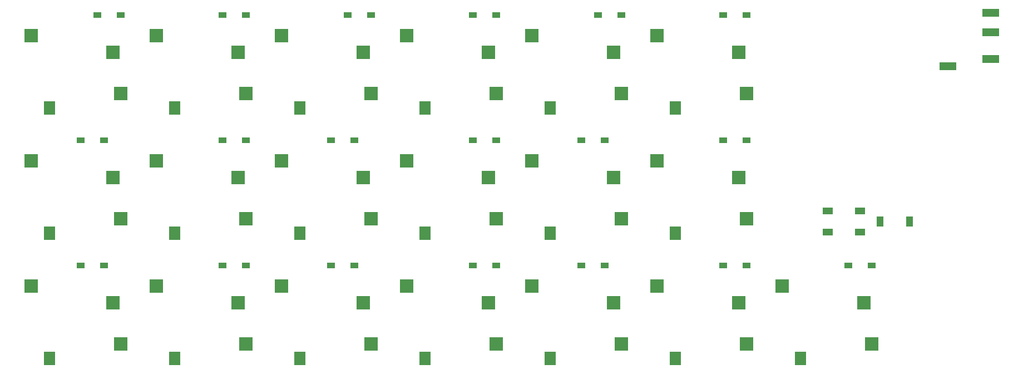
<source format=gbr>
G04 #@! TF.GenerationSoftware,KiCad,Pcbnew,(5.1.7)-1*
G04 #@! TF.CreationDate,2020-12-07T09:59:57+09:00*
G04 #@! TF.ProjectId,pisces,70697363-6573-42e6-9b69-6361645f7063,rev?*
G04 #@! TF.SameCoordinates,Original*
G04 #@! TF.FileFunction,Paste,Top*
G04 #@! TF.FilePolarity,Positive*
%FSLAX46Y46*%
G04 Gerber Fmt 4.6, Leading zero omitted, Abs format (unit mm)*
G04 Created by KiCad (PCBNEW (5.1.7)-1) date 2020-12-07 09:59:57*
%MOMM*%
%LPD*%
G01*
G04 APERTURE LIST*
%ADD10R,2.500000X1.200000*%
%ADD11R,1.500000X1.000000*%
%ADD12R,1.100000X1.600000*%
%ADD13R,1.300000X0.950000*%
%ADD14R,2.000000X2.000000*%
%ADD15R,1.800000X2.000000*%
G04 APERTURE END LIST*
D10*
X190448000Y-41402000D03*
X190448000Y-44402000D03*
X190448000Y-48402000D03*
X183948000Y-49502000D03*
D11*
X170598000Y-74752000D03*
X170598000Y-71552000D03*
X165698000Y-74752000D03*
X165698000Y-71552000D03*
D12*
X173645000Y-73116000D03*
X178145000Y-73116000D03*
D13*
X54486000Y-41783000D03*
X58036000Y-41783000D03*
X51986000Y-60833000D03*
X55536000Y-60833000D03*
X55536000Y-79883000D03*
X51986000Y-79883000D03*
X77086000Y-41783000D03*
X73536000Y-41783000D03*
X73536000Y-60833000D03*
X77086000Y-60833000D03*
X77086000Y-79883000D03*
X73536000Y-79883000D03*
X92585999Y-41783000D03*
X96135999Y-41783000D03*
X90085999Y-60833000D03*
X93635999Y-60833000D03*
X93635999Y-79883000D03*
X90085999Y-79883000D03*
X115186000Y-41783000D03*
X111636000Y-41783000D03*
X111636000Y-60833000D03*
X115186000Y-60833000D03*
X111636000Y-79883000D03*
X115186000Y-79883000D03*
X134236000Y-41783000D03*
X130686000Y-41783000D03*
X128186000Y-60833000D03*
X131736000Y-60833000D03*
X131736000Y-79883000D03*
X128186000Y-79883000D03*
X153286000Y-41783000D03*
X149736000Y-41783000D03*
X149736000Y-60833000D03*
X153286000Y-60833000D03*
X153286000Y-79883000D03*
X149736000Y-79883000D03*
X172336000Y-79883000D03*
X168786000Y-79883000D03*
D14*
X58100000Y-53700000D03*
D15*
X47200000Y-55900000D03*
D14*
X56900000Y-47460000D03*
X44400000Y-44920000D03*
X44400000Y-63970000D03*
X56900000Y-66510000D03*
D15*
X47200000Y-74950000D03*
D14*
X58100000Y-72750000D03*
X58100000Y-91800000D03*
D15*
X47200000Y-94000000D03*
D14*
X56900000Y-85560000D03*
X44400000Y-83020000D03*
X63450000Y-44920000D03*
X75950000Y-47460000D03*
D15*
X66250000Y-55900000D03*
D14*
X77150000Y-53700000D03*
X77150000Y-72750000D03*
D15*
X66250000Y-74950000D03*
D14*
X75950000Y-66510000D03*
X63450000Y-63970000D03*
X63450000Y-83020000D03*
X75950000Y-85560000D03*
D15*
X66250000Y-94000000D03*
D14*
X77150000Y-91800000D03*
X96200000Y-53700000D03*
D15*
X85300000Y-55900000D03*
D14*
X95000000Y-47460000D03*
X82500000Y-44920000D03*
X82500000Y-63970000D03*
X95000000Y-66510000D03*
D15*
X85300000Y-74950000D03*
D14*
X96200000Y-72750000D03*
X96200000Y-91800000D03*
D15*
X85300000Y-94000000D03*
D14*
X95000000Y-85560000D03*
X82500000Y-83020000D03*
X101550000Y-44920000D03*
X114050000Y-47460000D03*
D15*
X104350000Y-55900000D03*
D14*
X115250000Y-53700000D03*
X101550000Y-63970000D03*
X114050000Y-66510000D03*
D15*
X104350000Y-74950000D03*
D14*
X115250000Y-72750000D03*
X115250000Y-91800000D03*
D15*
X104350000Y-94000000D03*
D14*
X114050000Y-85560000D03*
X101550000Y-83020000D03*
X120600000Y-44920000D03*
X133100000Y-47460000D03*
D15*
X123400000Y-55900000D03*
D14*
X134300000Y-53700000D03*
X120600000Y-63970000D03*
X133100000Y-66510000D03*
D15*
X123400000Y-74950000D03*
D14*
X134300000Y-72750000D03*
X120600000Y-83020000D03*
X133100000Y-85560000D03*
D15*
X123400000Y-94000000D03*
D14*
X134300000Y-91800000D03*
X153350000Y-53700000D03*
D15*
X142450000Y-55900000D03*
D14*
X152150000Y-47460000D03*
X139650000Y-44920000D03*
X153350000Y-72750000D03*
D15*
X142450000Y-74950000D03*
D14*
X152150000Y-66510000D03*
X139650000Y-63970000D03*
X153350000Y-91800000D03*
D15*
X142450000Y-94000000D03*
D14*
X152150000Y-85560000D03*
X139650000Y-83020000D03*
X172400000Y-91800000D03*
D15*
X161500000Y-94000000D03*
D14*
X171200000Y-85560000D03*
X158700000Y-83020000D03*
M02*

</source>
